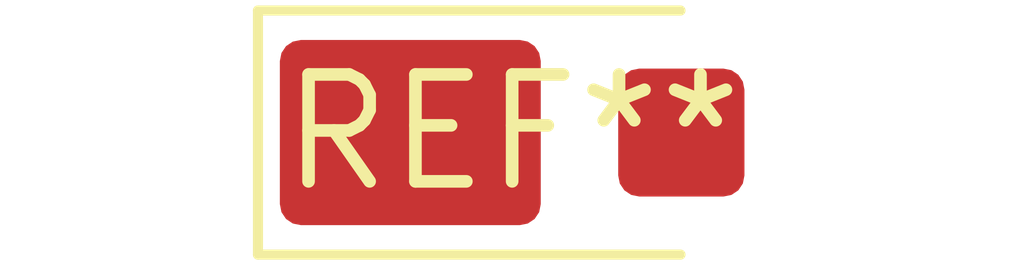
<source format=kicad_pcb>
(kicad_pcb (version 20240108) (generator pcbnew)
  (layers (0 "F.Cu" signal) (31 "B.Cu" signal) (34 "B.Paste" user) (35 "F.Paste" user) (36 "B.SilkS" user "B.Silkscreen") (37 "F.SilkS" user "F.Silkscreen") (38 "B.Mask" user) (39 "F.Mask" user) (44 "Edge.Cuts" user))
  (net 0 "")
  (footprint "Vishay_SMPA" (layer "F.Cu") (at 0 0)
    (property "Reference" "REF**")
    (property "Value" "Vishay_SMPA")
    (fp_line (start -3.02 -1.45) (end -3.02 1.45) (layer "F.SilkS") (stroke (width 0.12)))
    (fp_line (start -3.02 -1.45) (end 2 -1.45) (layer "F.SilkS") (stroke (width 0.12)))
    (fp_line (start -3.02 1.45) (end 2 1.45) (layer "F.SilkS") (stroke (width 0.12)))
    (pad "1" smd roundrect (at -1.21 0) (size 3.1 2.2) (layers "F.Cu" "F.Paste" "F.Mask") (roundrect_rratio 0.1136363636))
    (pad "2" smd roundrect (at 2.01 0) (size 1.5 1.52) (layers "F.Cu" "F.Paste" "F.Mask") (roundrect_rratio 0.1666666667))
  )
)
</source>
